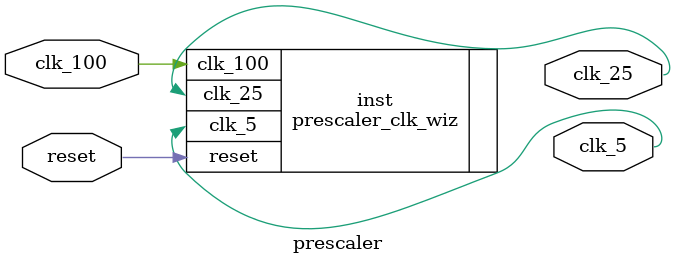
<source format=v>


`timescale 1ps/1ps

(* CORE_GENERATION_INFO = "prescaler,clk_wiz_v6_0_13_0_0,{component_name=prescaler,use_phase_alignment=true,use_min_o_jitter=false,use_max_i_jitter=false,use_dyn_phase_shift=false,use_inclk_switchover=false,use_dyn_reconfig=false,enable_axi=0,feedback_source=FDBK_AUTO,PRIMITIVE=MMCM,num_out_clk=2,clkin1_period=10.000,clkin2_period=10.000,use_power_down=false,use_reset=true,use_locked=false,use_inclk_stopped=false,feedback_type=SINGLE,CLOCK_MGR_TYPE=NA,manual_override=false}" *)

module prescaler 
 (
  // Clock out ports
  output        clk_25,
  output        clk_5,
  // Status and control signals
  input         reset,
 // Clock in ports
  input         clk_100
 );

  prescaler_clk_wiz inst
  (
  // Clock out ports  
  .clk_25(clk_25),
  .clk_5(clk_5),
  // Status and control signals               
  .reset(reset), 
 // Clock in ports
  .clk_100(clk_100)
  );

endmodule

</source>
